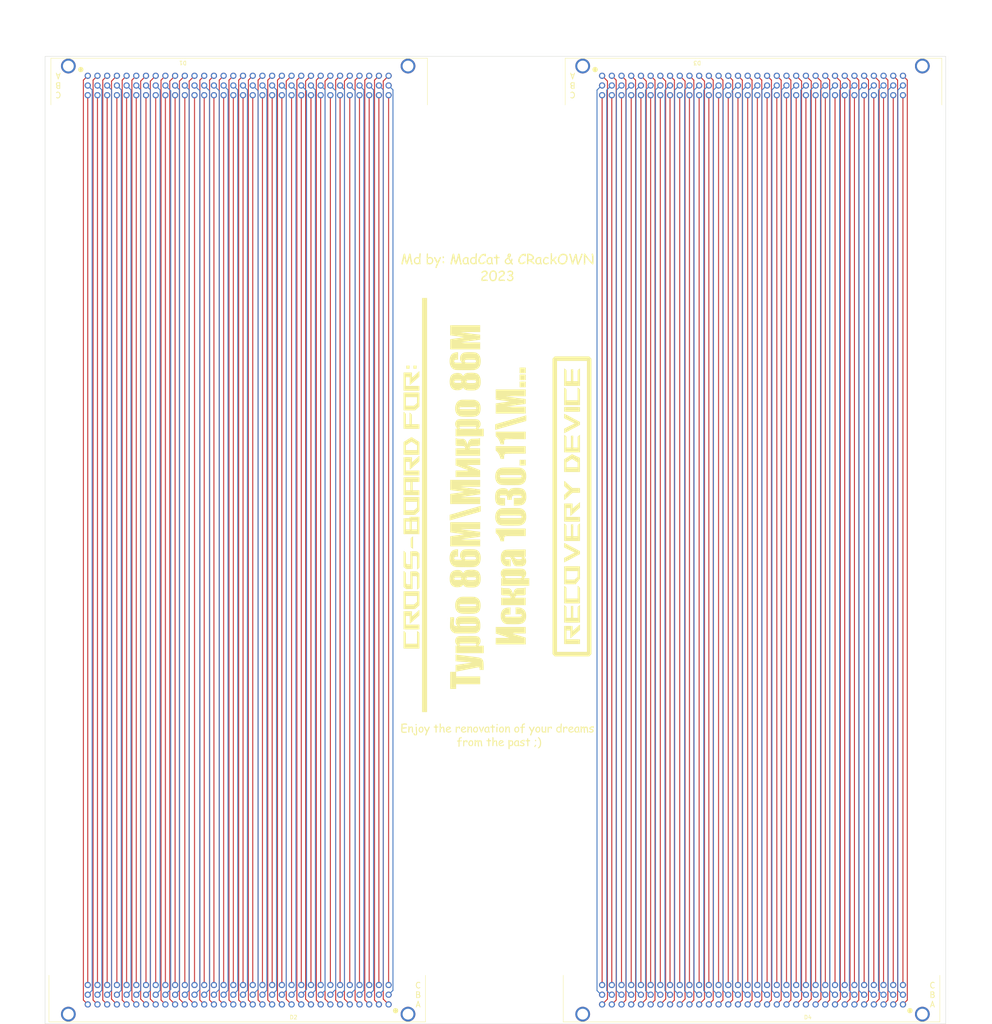
<source format=kicad_pcb>
(kicad_pcb (version 20221018) (generator pcbnew)
  (layers (0 "F.Cu" signal) (31 "B.Cu" signal) (34 "B.Paste" user) (35 "F.Paste" user) (36 "B.SilkS" user "B.Silkscreen") (37 "F.SilkS" user "F.Silkscreen") (38 "B.Mask" user) (39 "F.Mask" user) (44 "Edge.Cuts" user))
  (net 0 "")
  (net 1 "A1")
  (net 2 "A2")
  (net 3 "A3")
  (net 4 "A4")
  (net 5 "A5")
  (net 6 "A6")
  (net 7 "A7")
  (net 8 "A8")
  (net 9 "A9")
  (net 10 "A10")
  (net 11 "A11")
  (net 12 "A12")
  (net 13 "A13")
  (net 14 "A14")
  (net 15 "A15")
  (net 16 "A16")
  (net 17 "A17")
  (net 18 "A18")
  (net 19 "A19")
  (net 20 "A20")
  (net 21 "A21")
  (net 22 "A22")
  (net 23 "A23")
  (net 24 "A24")
  (net 25 "A25")
  (net 26 "A26")
  (net 27 "A27")
  (net 28 "A28")
  (net 29 "A29")
  (net 30 "A30")
  (net 31 "A31")
  (net 32 "A32")
  (net 33 "B1")
  (net 34 "B2")
  (net 35 "B3")
  (net 36 "B4")
  (net 37 "B5")
  (net 38 "B6")
  (net 39 "B7")
  (net 40 "B8")
  (net 41 "B9")
  (net 42 "B10")
  (net 43 "B11")
  (net 44 "B12")
  (net 45 "B13")
  (net 46 "B14")
  (net 47 "B15")
  (net 48 "B16")
  (net 49 "B17")
  (net 50 "B18")
  (net 51 "B19")
  (net 52 "B20")
  (net 53 "B21")
  (net 54 "B22")
  (net 55 "B23")
  (net 56 "B24")
  (net 57 "B25")
  (net 58 "B26")
  (net 59 "B27")
  (net 60 "B28")
  (net 61 "B29")
  (net 62 "B30")
  (net 63 "B31")
  (net 64 "B32")
  (net 65 "C1")
  (net 66 "C2")
  (net 67 "C3")
  (net 68 "C4")
  (net 69 "C5")
  (net 70 "C6")
  (net 71 "C7")
  (net 72 "C8")
  (net 73 "C9")
  (net 74 "C10")
  (net 75 "C11")
  (net 76 "C12")
  (net 77 "C13")
  (net 78 "C14")
  (net 79 "C15")
  (net 80 "C16")
  (net 81 "C17")
  (net 82 "C18")
  (net 83 "C19")
  (net 84 "C20")
  (net 85 "C21")
  (net 86 "C22")
  (net 87 "C23")
  (net 88 "C24")
  (net 89 "C25")
  (net 90 "C26")
  (net 91 "C27")
  (net 92 "C28")
  (net 93 "C29")
  (net 94 "C30")
  (net 95 "C31")
  (net 96 "C32")
  (net 97 "_A1")
  (net 98 "_A2")
  (net 99 "_A3")
  (net 100 "_A4")
  (net 101 "_A5")
  (net 102 "_A6")
  (net 103 "_A7")
  (net 104 "_A8")
  (net 105 "_A9")
  (net 106 "_A10")
  (net 107 "_A11")
  (net 108 "_A12")
  (net 109 "_A13")
  (net 110 "_A14")
  (net 111 "_A15")
  (net 112 "_A16")
  (net 113 "_A17")
  (net 114 "_A18")
  (net 115 "_A19")
  (net 116 "_A20")
  (net 117 "_A21")
  (net 118 "_A22")
  (net 119 "_A23")
  (net 120 "_A24")
  (net 121 "_A25")
  (net 122 "_A26")
  (net 123 "_A27")
  (net 124 "_A28")
  (net 125 "_A29")
  (net 126 "_A30")
  (net 127 "_A31")
  (net 128 "_A32")
  (net 129 "_B1")
  (net 130 "_B2")
  (net 131 "_B3")
  (net 132 "_B4")
  (net 133 "_B5")
  (net 134 "_B6")
  (net 135 "_B7")
  (net 136 "_B8")
  (net 137 "_B9")
  (net 138 "_B10")
  (net 139 "_B11")
  (net 140 "_B12")
  (net 141 "_B13")
  (net 142 "_B14")
  (net 143 "_B15")
  (net 144 "_B16")
  (net 145 "_B17")
  (net 146 "_B18")
  (net 147 "_B19")
  (net 148 "_B20")
  (net 149 "_B21")
  (net 150 "_B22")
  (net 151 "_B23")
  (net 152 "_B24")
  (net 153 "_B25")
  (net 154 "_B26")
  (net 155 "_B27")
  (net 156 "_B28")
  (net 157 "_B29")
  (net 158 "_B30")
  (net 159 "_B31")
  (net 160 "_B32")
  (net 161 "_C1")
  (net 162 "_C2")
  (net 163 "_C3")
  (net 164 "_C4")
  (net 165 "_C5")
  (net 166 "_C6")
  (net 167 "_C7")
  (net 168 "_C8")
  (net 169 "_C9")
  (net 170 "_C10")
  (net 171 "_C11")
  (net 172 "_C12")
  (net 173 "_C13")
  (net 174 "_C14")
  (net 175 "_C15")
  (net 176 "_C16")
  (net 177 "_C17")
  (net 178 "_C18")
  (net 179 "_C19")
  (net 180 "_C20")
  (net 181 "_C21")
  (net 182 "_C22")
  (net 183 "_C23")
  (net 184 "_C24")
  (net 185 "_C25")
  (net 186 "_C26")
  (net 187 "_C27")
  (net 188 "_C28")
  (net 189 "_C29")
  (net 190 "_C30")
  (net 191 "_C31")
  (net 192 "_C32")
  (footprint "Turbo:snp59_96_female_angle" (layer "F.Cu") (at 88.5 244)
    (fp_text reference "D2")
    (fp_text value "SNP96")
  )
  (footprint "Turbo:snp59_96_female_angle" (layer "F.Cu") (at 221 244)
    (fp_text reference "D4")
    (fp_text value "SNP96")
  )
  (footprint "Turbo:logo_3" (layer "F.Cu") (at 116.586949 54.25)
    (fp_text reference "G***" hide)
    (fp_text value "LOGO" hide)
  )
  (footprint "Turbo:logo_1" (layer "F.Cu") (at 116.75 115.5 90)
    (fp_text reference "G***" hide)
    (fp_text value "LOGO" hide)
  )
  (footprint "Turbo:snp59_96_female_angle" (layer "F.Cu") (at 11 5 180)
    (fp_text reference "D1")
    (fp_text value "SNP96")
  )
  (footprint "Turbo:logo_2" (layer "F.Cu") (at 116.622524 175)
    (fp_text reference "G***" hide)
    (fp_text value "LOGO" hide)
  )
  (footprint "Turbo:snp59_96_female_angle" (layer "F.Cu") (at 143.5 5 180)
    (fp_text reference "D3")
    (fp_text value "SNP96" hide)
  )
  (gr_rect (start 0 0) (end 232 249) (stroke (width 0.1)) (fill none) (layer "Edge.Cuts"))
  (segment (start 9.875 6.125) (end 9.875 242.875) (width 0.25) (layer "F.Cu") (net 1))
  (segment (start 11 5) (end 9.875 6.125) (width 0.25) (layer "F.Cu") (net 1))
  (segment (start 9.875 242.875) (end 11 244) (width 0.25) (layer "F.Cu") (net 1))
  (segment (start 13.5 5) (end 12.375 6.125) (width 0.25) (layer "F.Cu") (net 2))
  (segment (start 12.375 242.875) (end 13.5 244) (width 0.25) (layer "F.Cu") (net 2))
  (segment (start 12.375 6.125) (end 12.375 242.875) (width 0.25) (layer "F.Cu") (net 2))
  (segment (start 14.875 6.125) (end 16 5) (width 0.25) (layer "F.Cu") (net 3))
  (segment (start 14.875 242.875) (end 14.875 6.125) (width 0.25) (layer "F.Cu") (net 3))
  (segment (start 16 244) (end 14.875 242.875) (width 0.25) (layer "F.Cu") (net 3))
  (segment (start 18.5 5) (end 17.125 6.375) (width 0.25) (layer "F.Cu") (net 4))
  (segment (start 17.125 242.625) (end 18.5 244) (width 0.25) (layer "F.Cu") (net 4))
  (segment (start 17.125 6.375) (end 17.125 242.625) (width 0.25) (layer "F.Cu") (net 4))
  (segment (start 21 5) (end 19.875 6.125) (width 0.25) (layer "F.Cu") (net 5))
  (segment (start 19.875 242.875) (end 21 244) (width 0.25) (layer "F.Cu") (net 5))
  (segment (start 19.875 6.125) (end 19.875 242.875) (width 0.25) (layer "F.Cu") (net 5))
  (segment (start 22.375 242.875) (end 23.5 244) (width 0.25) (layer "F.Cu") (net 6))
  (segment (start 22.375 6.125) (end 22.375 242.875) (width 0.25) (layer "F.Cu") (net 6))
  (segment (start 23.5 5) (end 22.375 6.125) (width 0.25) (layer "F.Cu") (net 6))
  (segment (start 24.625 6.375) (end 24.625 242.625) (width 0.25) (layer "F.Cu") (net 7))
  (segment (start 24.625 242.625) (end 26 244) (width 0.25) (layer "F.Cu") (net 7))
  (segment (start 26 5) (end 24.625 6.375) (width 0.25) (layer "F.Cu") (net 7))
  (segment (start 28.5 5) (end 27.125 6.375) (width 0.25) (layer "F.Cu") (net 8))
  (segment (start 27.125 6.375) (end 27.125 242.625) (width 0.25) (layer "F.Cu") (net 8))
  (segment (start 27.125 242.625) (end 28.5 244) (width 0.25) (layer "F.Cu") (net 8))
  (segment (start 29.875 242.875) (end 31 244) (width 0.25) (layer "F.Cu") (net 9))
  (segment (start 31 5) (end 29.875 6.125) (width 0.25) (layer "F.Cu") (net 9))
  (segment (start 29.875 6.125) (end 29.875 242.875) (width 0.25) (layer "F.Cu") (net 9))
  (segment (start 33.5 5) (end 32.125 6.375) (width 0.25) (layer "F.Cu") (net 10))
  (segment (start 32.125 242.625) (end 33.5 244) (width 0.25) (layer "F.Cu") (net 10))
  (segment (start 32.125 6.375) (end 32.125 242.625) (width 0.25) (layer "F.Cu") (net 10))
  (segment (start 34.625 242.625) (end 36 244) (width 0.25) (layer "F.Cu") (net 11))
  (segment (start 34.625 6.375) (end 34.625 242.625) (width 0.25) (layer "F.Cu") (net 11))
  (segment (start 36 5) (end 34.625 6.375) (width 0.25) (layer "F.Cu") (net 11))
  (segment (start 37.125 6.375) (end 37.125 242.625) (width 0.25) (layer "F.Cu") (net 12))
  (segment (start 37.125 242.625) (end 38.5 244) (width 0.25) (layer "F.Cu") (net 12))
  (segment (start 38.5 5) (end 37.125 6.375) (width 0.25) (layer "F.Cu") (net 12))
  (segment (start 39.875 242.875) (end 41 244) (width 0.25) (layer "F.Cu") (net 13))
  (segment (start 39.875 6.125) (end 39.875 242.875) (width 0.25) (layer "F.Cu") (net 13))
  (segment (start 41 5) (end 39.875 6.125) (width 0.25) (layer "F.Cu") (net 13))
  (segment (start 43.5 5) (end 42.375 6.125) (width 0.25) (layer "F.Cu") (net 14))
  (segment (start 42.375 6.125) (end 42.375 242.875) (width 0.25) (layer "F.Cu") (net 14))
  (segment (start 42.375 242.875) (end 43.5 244) (width 0.25) (layer "F.Cu") (net 14))
  (segment (start 44.875 242.875) (end 46 244) (width 0.25) (layer "F.Cu") (net 15))
  (segment (start 46 5) (end 44.875 6.125) (width 0.25) (layer "F.Cu") (net 15))
  (segment (start 44.875 6.125) (end 44.875 242.875) (width 0.25) (layer "F.Cu") (net 15))
  (segment (start 47.375 6.125) (end 47.375 242.875) (width 0.25) (layer "F.Cu") (net 16))
  (segment (start 47.375 242.875) (end 48.5 244) (width 0.25) (layer "F.Cu") (net 16))
  (segment (start 48.5 5) (end 47.375 6.125) (width 0.25) (layer "F.Cu") (net 16))
  (segment (start 49.875 6.125) (end 49.875 242.875) (width 0.25) (layer "F.Cu") (net 17))
  (segment (start 49.875 242.875) (end 51 244) (width 0.25) (layer "F.Cu") (net 17))
  (segment (start 51 5) (end 49.875 6.125) (width 0.25) (layer "F.Cu") (net 17))
  (segment (start 52.375 6.125) (end 52.375 242.875) (width 0.25) (layer "F.Cu") (net 18))
  (segment (start 52.375 242.875) (end 53.5 244) (width 0.25) (layer "F.Cu") (net 18))
  (segment (start 53.5 5) (end 52.375 6.125) (width 0.25) (layer "F.Cu") (net 18))
  (segment (start 54.875 6.125) (end 54.875 242.875) (width 0.25) (layer "F.Cu") (net 19))
  (segment (start 56 5) (end 54.875 6.125) (width 0.25) (layer "F.Cu") (net 19))
  (segment (start 54.875 242.875) (end 56 244) (width 0.25) (layer "F.Cu") (net 19))
  (segment (start 57.375 242.875) (end 58.5 244) (width 0.25) (layer "F.Cu") (net 20))
  (segment (start 57.375 6.125) (end 57.375 242.875) (width 0.25) (layer "F.Cu") (net 20))
  (segment (start 58.5 5) (end 57.375 6.125) (width 0.25) (layer "F.Cu") (net 20))
  (segment (start 59.875 6.125) (end 59.875 242.875) (width 0.25) (layer "F.Cu") (net 21))
  (segment (start 61 5) (end 59.875 6.125) (width 0.25) (layer "F.Cu") (net 21))
  (segment (start 59.875 242.875) (end 61 244) (width 0.25) (layer "F.Cu") (net 21))
  (segment (start 62.125 242.625) (end 63.5 244) (width 0.25) (layer "F.Cu") (net 22))
  (segment (start 63.5 5) (end 62.125 6.375) (width 0.25) (layer "F.Cu") (net 22))
  (segment (start 62.125 6.375) (end 62.125 242.625) (width 0.25) (layer "F.Cu") (net 22))
  (segment (start 64.875 6.125) (end 64.875 242.875) (width 0.25) (layer "F.Cu") (net 23))
  (segment (start 64.875 242.875) (end 66 244) (width 0.25) (layer "F.Cu") (net 23))
  (segment (start 66 5) (end 64.875 6.125) (width 0.25) (layer "F.Cu") (net 23))
  (segment (start 67.125 6.375) (end 67.125 242.625) (width 0.25) (layer "F.Cu") (net 24))
  (segment (start 68.5 5) (end 67.125 6.375) (width 0.25) (layer "F.Cu") (net 24))
  (segment (start 67.125 242.625) (end 68.5 244) (width 0.25) (layer "F.Cu") (net 24))
  (segment (start 69.875 6.125) (end 69.875 242.875) (width 0.25) (layer "F.Cu") (net 25))
  (segment (start 71 5) (end 69.875 6.125) (width 0.25) (layer "F.Cu") (net 25))
  (segment (start 69.875 242.875) (end 71 244) (width 0.25) (layer "F.Cu") (net 25))
  (segment (start 72.125 242.625) (end 73.5 244) (width 0.25) (layer "F.Cu") (net 26))
  (segment (start 73.5 5) (end 72.125 6.375) (width 0.25) (layer "F.Cu") (net 26))
  (segment (start 72.125 6.375) (end 72.125 242.625) (width 0.25) (layer "F.Cu") (net 26))
  (segment (start 74.875 242.875) (end 76 244) (width 0.25) (layer "F.Cu") (net 27))
  (segment (start 74.875 6.125) (end 74.875 242.875) (width 0.25) (layer "F.Cu") (net 27))
  (segment (start 76 5) (end 74.875 6.125) (width 0.25) (layer "F.Cu") (net 27))
  (segment (start 77.125 6.375) (end 77.125 242.625) (width 0.25) (layer "F.Cu") (net 28))
  (segment (start 78.5 5) (end 77.125 6.375) (width 0.25) (layer "F.Cu") (net 28))
  (segment (start 77.125 242.625) (end 78.5 244) (width 0.25) (layer "F.Cu") (net 28))
  (segment (start 81 5) (end 79.875 6.125) (width 0.25) (layer "F.Cu") (net 29))
  (segment (start 79.875 6.125) (end 79.875 242.875) (width 0.25) (layer "F.Cu") (net 29))
  (segment (start 79.875 242.875) (end 81 244) (width 0.25) (layer "F.Cu") (net 29))
  (segment (start 82.375 6.125) (end 82.375 242.875) (width 0.25) (layer "F.Cu") (net 30))
  (segment (start 82.375 242.875) (end 83.5 244) (width 0.25) (layer "F.Cu") (net 30))
  (segment (start 83.5 5) (end 82.375 6.125) (width 0.25) (layer "F.Cu") (net 30))
  (segment (start 86 5) (end 84.875 6.125) (width 0.25) (layer "F.Cu") (net 31))
  (segment (start 84.875 242.875) (end 86 244) (width 0.25) (layer "F.Cu") (net 31))
  (segment (start 84.875 6.125) (end 84.875 242.875) (width 0.25) (layer "F.Cu") (net 31))
  (segment (start 87.125 242.625) (end 88.5 244) (width 0.25) (layer "F.Cu") (net 32))
  (segment (start 88.5 5) (end 87.125 6.375) (width 0.25) (layer "F.Cu") (net 32))
  (segment (start 87.125 6.375) (end 87.125 242.625) (width 0.25) (layer "F.Cu") (net 32))
  (segment (start 11 241.5) (end 12.125 240.375) (width 0.25) (layer "B.Cu") (net 33))
  (segment (start 12.125 8.625) (end 11 7.5) (width 0.25) (layer "B.Cu") (net 33))
  (segment (start 12.125 240.375) (end 12.125 8.625) (width 0.25) (layer "B.Cu") (net 33))
  (segment (start 14.625 240.375) (end 14.625 8.625) (width 0.25) (layer "B.Cu") (net 34))
  (segment (start 13.5 241.5) (end 14.625 240.375) (width 0.25) (layer "B.Cu") (net 34))
  (segment (start 14.625 8.625) (end 13.5 7.5) (width 0.25) (layer "B.Cu") (net 34))
  (segment (start 16 7.5) (end 17.125 8.625) (width 0.25) (layer "B.Cu") (net 35))
  (segment (start 17.125 240.375) (end 16 241.5) (width 0.25) (layer "B.Cu") (net 35))
  (segment (start 17.125 8.625) (end 17.125 240.375) (width 0.25) (layer "B.Cu") (net 35))
  (segment (start 18.5 7.5) (end 19.625 8.625) (width 0.25) (layer "B.Cu") (net 36))
  (segment (start 19.625 8.625) (end 19.625 240.375) (width 0.25) (layer "B.Cu") (net 36))
  (segment (start 19.625 240.375) (end 18.5 241.5) (width 0.25) (layer "B.Cu") (net 36))
  (segment (start 21 7.5) (end 22.125 8.625) (width 0.25) (layer "B.Cu") (net 37))
  (segment (start 22.125 240.375) (end 21 241.5) (width 0.25) (layer "B.Cu") (net 37))
  (segment (start 22.125 8.625) (end 22.125 240.375) (width 0.25) (layer "B.Cu") (net 37))
  (segment (start 23.5 7.5) (end 24.625 8.625) (width 0.25) (layer "B.Cu") (net 38))
  (segment (start 24.625 240.375) (end 23.5 241.5) (width 0.25) (layer "B.Cu") (net 38))
  (segment (start 24.625 8.625) (end 24.625 240.375) (width 0.25) (layer "B.Cu") (net 38))
  (segment (start 27.125 8.625) (end 27.125 240.375) (width 0.25) (layer "B.Cu") (net 39))
  (segment (start 26 7.5) (end 27.125 8.625) (width 0.25) (layer "B.Cu") (net 39))
  (segment (start 27.125 240.375) (end 26 241.5) (width 0.25) (layer "B.Cu") (net 39))
  (segment (start 28.5 7.5) (end 29.625 8.625) (width 0.25) (layer "B.Cu") (net 40))
  (segment (start 29.625 8.625) (end 29.625 240.375) (width 0.25) (layer "B.Cu") (net 40))
  (segment (start 29.625 240.375) (end 28.5 241.5) (width 0.25) (layer "B.Cu") (net 40))
  (segment (start 32.375 240.125) (end 31 241.5) (width 0.25) (layer "B.Cu") (net 41))
  (segment (start 32.375 8.875) (end 32.375 240.125) (width 0.25) (layer "B.Cu") (net 41))
  (segment (start 31 7.5) (end 32.375 8.875) (width 0.25) (layer "B.Cu") (net 41))
  (segment (start 34.625 240.375) (end 33.5 241.5) (width 0.25) (layer "B.Cu") (net 42))
  (segment (start 34.625 8.625) (end 34.625 240.375) (width 0.25) (layer "B.Cu") (net 42))
  (segment (start 33.5 7.5) (end 34.625 8.625) (width 0.25) (layer "B.Cu") (net 42))
  (segment (start 37.125 8.625) (end 37.125 240.375) (width 0.25) (layer "B.Cu") (net 43))
  (segment (start 36 7.5) (end 37.125 8.625) (width 0.25) (layer "B.Cu") (net 43))
  (segment (start 37.125 240.375) (end 36 241.5) (width 0.25) (layer "B.Cu") (net 43))
  (segment (start 39.875 8.875) (end 39.875 240.125) (width 0.25) (layer "B.Cu") (net 44))
  (segment (start 39.875 240.125) (end 38.5 241.5) (width 0.25) (layer "B.Cu") (net 44))
  (segment (start 38.5 7.5) (end 39.875 8.875) (width 0.25) (layer "B.Cu") (net 44))
  (segment (start 41 7.5) (end 42.375 8.875) (width 0.25) (layer "B.Cu") (net 45))
  (segment (start 42.375 8.875) (end 42.375 240.125) (width 0.25) (layer "B.Cu") (net 45))
  (segment (start 42.375 240.125) (end 41 241.5) (width 0.25) (layer "B.Cu") (net 45))
  (segment (start 44.875 240.125) (end 43.5 241.5) (width 0.25) (layer "B.Cu") (net 46))
  (segment (start 43.5 7.5) (end 44.875 8.875) (width 0.25) (layer "B.Cu") (net 46))
  (segment (start 44.875 8.875) (end 44.875 240.125) (width 0.25) (layer "B.Cu") (net 46))
  (segment (start 46 7.5) (end 47.125 8.625) (width 0.25) (layer "B.Cu") (net 47))
  (segment (start 47.125 8.625) (end 47.125 240.375) (width 0.25) (layer "B.Cu") (net 47))
  (segment (start 47.125 240.375) (end 46 241.5) (width 0.25) (layer "B.Cu") (net 47))
  (segment (start 48.5 7.5) (end 49.625 8.625) (width 0.25) (layer "B.Cu") (net 48))
  (segment (start 49.625 240.375) (end 48.5 241.5) (width 0.25) (layer "B.Cu") (net 48))
  (segment (start 49.625 8.625) (end 49.625 240.375) (width 0.25) (layer "B.Cu") (net 48))
  (segment (start 51 7.5) (end 52.125 8.625) (width 0.25) (layer "B.Cu") (net 49))
  (segment (start 52.125 240.375) (end 51 241.5) (width 0.25) (layer "B.Cu") (net 49))
  (segment (start 52.125 8.625) (end 52.125 240.375) (width 0.25) (layer "B.Cu") (net 49))
  (segment (start 54.875 8.875) (end 54.875 240.125) (width 0.25) (layer "B.Cu") (net 50))
  (segment (start 54.875 240.125) (end 53.5 241.5) (width 0.25) (layer "B.Cu") (net 50))
  (segment (start 53.5 7.5) (end 54.875 8.875) (width 0.25) (layer "B.Cu") (net 50))
  (segment (start 57.125 8.625) (end 57.125 240.375) (width 0.25) (layer "B.Cu") (net 51))
  (segment (start 57.125 240.375) (end 56 241.5) (width 0.25) (layer "B.Cu") (net 51))
  (segment (start 56 7.5) (end 57.125 8.625) (width 0.25) (layer "B.Cu") (net 51))
  (segment (start 59.625 8.625) (end 59.625 240.375) (width 0.25) (layer "B.Cu") (net 52))
  (segment (start 58.5 7.5) (end 59.625 8.625) (width 0.25) (layer "B.Cu") (net 52))
  (segment (start 59.625 240.375) (end 58.5 241.5) (width 0.25) (layer "B.Cu") (net 52))
  (segment (start 62.125 8.625) (end 62.125 240.375) (width 0.25) (layer "B.Cu") (net 53))
  (segment (start 61 7.5) (end 62.125 8.625) (width 0.25) (layer "B.Cu") (net 53))
  (segment (start 62.125 240.375) (end 61 241.5) (width 0.25) (layer "B.Cu") (net 53))
  (segment (start 64.625 240.375) (end 63.5 241.5) (width 0.25) (layer "B.Cu") (net 54))
  (segment (start 64.625 8.625) (end 64.625 240.375) (width 0.25) (layer "B.Cu") (net 54))
  (segment (start 63.5 7.5) (end 64.625 8.625) (width 0.25) (layer "B.Cu") (net 54))
  (segment (start 66 7.5) (end 67.375 8.875) (width 0.25) (layer "B.Cu") (net 55))
  (segment (start 67.375 240.125) (end 66 241.5) (width 0.25) (layer "B.Cu") (net 55))
  (segment (start 67.375 8.875) (end 67.375 240.125) (width 0.25) (layer "B.Cu") (net 55))
  (segment (start 68.5 7.5) (end 69.625 8.625) (width 0.25) (layer "B.Cu") (net 56))
  (segment (start 69.625 8.625) (end 69.625 240.375) (width 0.25) (layer "B.Cu") (net 56))
  (segment (start 69.625 240.375) (end 68.5 241.5) (width 0.25) (layer "B.Cu") (net 56))
  (segment (start 72.125 240.375) (end 71 241.5) (width 0.25) (layer "B.Cu") (net 57))
  (segment (start 71 7.5) (end 72.125 8.625) (width 0.25) (layer "B.Cu") (net 57))
  (segment (start 72.125 8.625) (end 72.125 240.375) (width 0.25) (layer "B.Cu") (net 57))
  (segment (start 74.875 240.125) (end 73.5 241.5) (width 0.25) (layer "B.Cu") (net 58))
  (segment (start 73.5 7.5) (end 74.875 8.875) (width 0.25) (layer "B.Cu") (net 58))
  (segment (start 74.875 8.875) (end 74.875 240.125) (width 0.25) (layer "B.Cu") (net 58))
  (segment (start 76 7.5) (end 77.125 8.625) (width 0.25) (layer "B.Cu") (net 59))
  (segment (start 77.125 8.625) (end 77.125 240.375) (width 0.25) (layer "B.Cu") (net 59))
  (segment (start 77.125 240.375) (end 76 241.5) (width 0.25) (layer "B.Cu") (net 59))
  (segment (start 78.5 7.5) (end 79.875 8.875) (width 0.25) (layer "B.Cu") (net 60))
  (segment (start 79.875 8.875) (end 79.875 240.125) (width 0.25) (layer "B.Cu") (net 60))
  (segment (start 79.875 240.125) (end 78.5 241.5) (width 0.25) (layer "B.Cu") (net 60))
  (segment (start 82.125 240.375) (end 81 241.5) (width 0.25) (layer "B.Cu") (net 61))
  (segment (start 82.125 8.625) (end 82.125 240.375) (width 0.25) (layer "B.Cu") (net 61))
  (segment (start 81 7.5) (end 82.125 8.625) (width 0.25) (layer "B.Cu") (net 61))
  (segment (start 84.625 240.375) (end 83.5 241.5) (width 0.25) (layer "B.Cu") (net 62))
  (segment (start 84.625 8.625) (end 84.625 240.375) (width 0.25) (layer "B.Cu") (net 62))
  (segment (start 83.5 7.5) (end 84.625 8.625) (width 0.25) (layer "B.Cu") (net 62))
  (segment (start 87.125 8.625) (end 87.125 240.375) (width 0.25) (layer "B.Cu") (net 63))
  (segment (start 86 7.5) (end 87.125 8.625) (width 0.25) (layer "B.Cu") (net 63))
  (segment (start 87.125 240.375) (end 86 241.5) (width 0.25) (layer "B.Cu") (net 63))
  (segment (start 88.5 7.5) (end 89.625 8.625) (width 0.25) (layer "B.Cu") (net 64))
  (segment (start 89.625 240.375) (end 88.5 241.5) (width 0.25) (layer "B.Cu") (net 64))
  (segment (start 89.625 8.625) (end 89.625 240.375) (width 0.25) (layer "B.Cu") (net 64))
  (segment (start 11 239) (end 11 10) (width 0.25) (layer "F.Cu") (net 65))
  (segment (start 13.5 239) (end 13.5 10) (width 0.25) (layer "F.Cu") (net 66))
  (segment (start 16 239) (end 16 10) (width 0.25) (layer "F.Cu") (net 67))
  (segment (start 18.5 10) (end 18.5 239) (width 0.25) (layer "F.Cu") (net 68))
  (segment (start 21 239) (end 21 10) (width 0.25) (layer "F.Cu") (net 69))
  (segment (start 23.5 239) (end 23.5 10) (width 0.25) (layer "F.Cu") (net 70))
  (segment (start 26 239) (end 26 10) (width 0.25) (layer "F.Cu") (net 71))
  (segment (start 28.5 10) (end 28.5 239) (width 0.25) (layer "F.Cu") (net 72))
  (segment (start 31 10) (end 31 239) (width 0.25) (layer "F.Cu") (net 73))
  (segment (start 33.5 10) (end 33.5 239) (width 0.25) (layer "F.Cu") (net 74))
  (segment (start 36 239) (end 36 10) (width 0.25) (layer "F.Cu") (net 75))
  (segment (start 38.5 239) (end 38.5 10) (width 0.25) (layer "F.Cu") (net 76))
  (segment (start 41 239) (end 41 10) (width 0.25) (layer "F.Cu") (net 77))
  (segment (start 43.5 239) (end 43.5 10) (width 0.25) (layer "F.Cu") (net 78))
  (segment (start 46 239) (end 46 10) (width 0.25) (layer "F.Cu") (net 79))
  (segment (start 48.5 239) (end 48.5 10) (width 0.25) (layer "F.Cu") (net 80))
  (segment (start 51 10) (end 51 239) (width 0.25) (layer "F.Cu") (net 81))
  (segment (start 53.5 239) (end 53.5 10) (width 0.25) (layer "F.Cu") (net 82))
  (segment (start 56 10) (end 56 239) (width 0.25) (layer "F.Cu") (net 83))
  (segment (start 58.5 10) (end 58.5 239) (width 0.25) (layer "F.Cu") (net 84))
  (segment (start 61 239) (end 61 10) (width 0.25) (layer "F.Cu") (net 85))
  (segment (start 63.5 239) (end 63.5 10) (width 0.25) (layer "F.Cu") (net 86))
  (segment (start 66 10) (end 66 239) (width 0.25) (layer "F.Cu") (net 87))
  (segment (start 68.5 239) (end 68.5 10) (width 0.25) (layer "F.Cu") (net 88))
  (segment (start 71 10) (end 71 239) (width 0.25) (layer "F.Cu") (net 89))
  (segment (start 73.5 239) (end 73.5 10) (width 0.25) (layer "F.Cu") (net 90))
  (segment (start 76 10) (end 76 239) (width 0.25) (layer "F.Cu") (net 91))
  (segment (start 78.5 239) (end 78.5 10) (width 0.25) (layer "F.Cu") (net 92))
  (segment (start 81 10) (end 81 239) (width 0.25) (layer "F.Cu") (net 93))
  (segment (start 83.5 10) (end 83.5 239) (width 0.25) (layer "F.Cu") (net 94))
  (segment (start 86 239) (end 86 10) (width 0.25) (layer "F.Cu") (net 95))
  (segment (start 88.5 10) (end 88.5 239) (width 0.25) (layer "F.Cu") (net 96))
  (segment (start 144.875 242.625) (end 143.5 244) (width 0.25) (layer "F.Cu") (net 97))
  (segment (start 143.5 5) (end 144.875 6.375) (width 0.25) (layer "F.Cu") (net 97))
  (segment (start 144.875 6.375) (end 144.875 242.625) (width 0.25) (layer "F.Cu") (net 97))
  (segment (start 146 5) (end 147.125 6.125) (width 0.25) (layer "F.Cu") (net 98))
  (segment (start 147.125 6.125) (end 147.125 242.875) (width 0.25) (layer "F.Cu") (net 98))
  (segment (start 147.125 242.875) (end 146 244) (width 0.25) (layer "F.Cu") (net 98))
  (segment (start 148.5 5) (end 149.625 6.125) (width 0.25) (layer "F.Cu") (net 99))
  (segment (start 149.625 6.125) (end 149.625 242.875) (width 0.25) (layer "F.Cu") (net 99))
  (segment (start 149.625 242.875) (end 148.5 244) (width 0.25) (layer "F.Cu") (net 99))
  (segment (start 152.125 6.125) (end 152.125 242.875) (width 0.25) (layer "F.Cu") (net 100))
  (segment (start 152.125 242.875) (end 151 244) (width 0.25) (layer "F.Cu") (net 100))
  (segment (start 151 5) (end 152.125 6.125) (width 0.25) (layer "F.Cu") (net 100))
  (segment (start 153.5 5) (end 154.875 6.375) (width 0.25) (layer "F.Cu") (net 101))
  (segment (start 154.875 242.625) (end 153.5 244) (width 0.25) (layer "F.Cu") (net 101))
  (segment (start 154.875 6.375) (end 154.875 242.625) (width 0.25) (layer "F.Cu") (net 101))
  (segment (start 157.125 6.125) (end 157.125 242.875) (width 0.25) (layer "F.Cu") (net 102))
  (segment (start 156 5) (end 157.125 6.125) (width 0.25) (layer "F.Cu") (net 102))
  (segment (start 157.125 242.875) (end 156 244) (width 0.25) (layer "F.Cu") (net 102))
  (segment (start 159.875 6.375) (end 159.875 242.625) (width 0.25) (layer "F.Cu") (net 103))
  (segment (start 158.5 5) (end 159.875 6.375) (width 0.25) (layer "F.Cu") (net 103))
  (segment (start 159.875 242.625) (end 158.5 244) (width 0.25) (layer "F.Cu") (net 103))
  (segment (start 161 5) (end 162.125 6.125) (width 0.25) (layer "F.Cu") (net 104))
  (segment (start 162.125 6.125) (end 162.125 242.875) (width 0.25) (layer "F.Cu") (net 104))
  (segment (start 162.125 242.875) (end 161 244) (width 0.25) (layer "F.Cu") (net 104))
  (segment (start 164.875 6.375) (end 164.875 242.625) (width 0.25) (layer "F.Cu") (net 105))
  (segment (start 163.5 5) (end 164.875 6.375) (width 0.25) (layer "F.Cu") (net 105))
  (segment (start 164.875 242.625) (end 163.5 244) (width 0.25) (layer "F.Cu") (net 105))
  (segment (start 167.125 6.125) (end 167.125 242.875) (width 0.25) (layer "F.Cu") (net 106))
  (segment (start 166 5) (end 167.125 6.125) (width 0.25) (layer "F.Cu") (net 106))
  (segment (start 167.125 242.875) (end 166 244) (width 0.25) (layer "F.Cu") (net 106))
  (segment (start 169.875 6.375) (end 169.875 242.625) (width 0.25) (layer "F.Cu") (net 107))
  (segment (start 169.875 242.625) (end 168.5 244) (width 0.25) (layer "F.Cu") (net 107))
  (segment (start 168.5 5) (end 169.875 6.375) (width 0.25) (layer "F.Cu") (net 107))
  (segment (start 172.125 6.125) (end 172.125 242.875) (width 0.25) (layer "F.Cu") (net 108))
  (segment (start 172.125 242.875) (end 171 244) (width 0.25) (layer "F.Cu") (net 108))
  (segment (start 171 5) (end 172.125 6.125) (width 0.25) (layer "F.Cu") (net 108))
  (segment (start 174.625 6.125) (end 174.625 242.875) (width 0.25) (layer "F.Cu") (net 109))
  (segment (start 173.5 5) (end 174.625 6.125) (width 0.25) (layer "F.Cu") (net 109))
  (segment (start 174.625 242.875) (end 173.5 244) (width 0.25) (layer "F.Cu") (net 109))
  (segment (start 176 5) (end 177.125 6.125) (width 0.25) (layer "F.Cu") (net 110))
  (segment (start 177.125 6.125) (end 177.125 242.875) (width 0.25) (layer "F.Cu") (net 110))
  (segment (start 177.125 242.875) (end 176 244) (width 0.25) (layer "F.Cu") (net 110))
  (segment (start 179.625 6.125) (end 179.625 242.875) (width 0.25) (layer "F.Cu") (net 111))
  (segment (start 178.5 5) (end 179.625 6.125) (width 0.25) (layer "F.Cu") (net 111))
  (segment (start 179.625 242.875) (end 178.5 244) (width 0.25) (layer "F.Cu") (net 111))
  (segment (start 182.125 6.125) (end 182.125 242.875) (width 0.25) (layer "F.Cu") (net 112))
  (segment (start 181 5) (end 182.125 6.125) (width 0.25) (layer "F.Cu") (net 112))
  (segment (start 182.125 242.875) (end 181 244) (width 0.25) (layer "F.Cu") (net 112))
  (segment (start 184.625 242.875) (end 183.5 244) (width 0.25) (layer "F.Cu") (net 113))
  (segment (start 184.625 6.125) (end 184.625 242.875) (width 0.25) (layer "F.Cu") (net 113))
  (segment (start 183.5 5) (end 184.625 6.125) (width 0.25) (layer "F.Cu") (net 113))
  (segment (start 187.125 242.875) (end 186 244) (width 0.25) (layer "F.Cu") (net 114))
  (segment (start 186 5) (end 187.125 6.125) (width 0.25) (layer "F.Cu") (net 114))
  (segment (start 187.125 6.125) (end 187.125 242.875) (width 0.25) (layer "F.Cu") (net 114))
  (segment (start 188.5 5) (end 189.625 6.125) (width 0.25) (layer "F.Cu") (net 115))
  (segment (start 189.625 242.875) (end 188.5 244) (width 0.25) (layer "F.Cu") (net 115))
  (segment (start 189.625 6.125) (end 189.625 242.875) (width 0.25) (layer "F.Cu") (net 115))
  (segment (start 192.125 242.875) (end 191 244) (width 0.25) (layer "F.Cu") (net 116))
  (segment (start 191 5) (end 192.125 6.125) (width 0.25) (layer "F.Cu") (net 116))
  (segment (start 192.125 6.125) (end 192.125 242.875) (width 0.25) (layer "F.Cu") (net 116))
  (segment (start 194.875 6.375) (end 194.875 242.625) (width 0.25) (layer "F.Cu") (net 117))
  (segment (start 193.5 5) (end 194.875 6.375) (width 0.25) (layer "F.Cu") (net 117))
  (segment (start 194.875 242.625) (end 193.5 244) (width 0.25) (layer "F.Cu") (net 117))
  (segment (start 197.375 242.625) (end 196 244) (width 0.25) (layer "F.Cu") (net 118))
  (segment (start 196 5) (end 197.375 6.375) (width 0.25) (layer "F.Cu") (net 118))
  (segment (start 197.375 6.375) (end 197.375 242.625) (width 0.25) (layer "F.Cu") (net 118))
  (segment (start 198.5 5) (end 199.875 6.375) (width 0.25) (layer "F.Cu") (net 119))
  (segment (start 199.875 242.625) (end 198.5 244) (width 0.25) (layer "F.Cu") (net 119))
  (segment (start 199.875 6.375) (end 199.875 242.625) (width 0.25) (layer "F.Cu") (net 119))
  (segment (start 202.125 6.125) (end 202.125 242.875) (width 0.25) (layer "F.Cu") (net 120))
  (segment (start 202.125 242.875) (end 201 244) (width 0.25) (layer "F.Cu") (net 120))
  (segment (start 201 5) (end 202.125 6.125) (width 0.25) (layer "F.Cu") (net 120))
  (segment (start 204.875 6.375) (end 204.875 242.625) (width 0.25) (layer "F.Cu") (net 121))
  (segment (start 204.875 242.625) (end 203.5 244) (width 0.25) (layer "F.Cu") (net 121))
  (segment (start 203.5 5) (end 204.875 6.375) (width 0.25) (layer "F.Cu") (net 121))
  (segment (start 207.375 242.625) (end 206 244) (width 0.25) (layer "F.Cu") (net 122))
  (segment (start 206 5) (end 207.375 6.375) (width 0.25) (layer "F.Cu") (net 122))
  (segment (start 207.375 6.375) (end 207.375 242.625) (width 0.25) (layer "F.Cu") (net 122))
  (segment (start 209.625 242.875) (end 208.5 244) (width 0.25) (layer "F.Cu") (net 123))
  (segment (start 208.5 5) (end 209.625 6.125) (width 0.25) (layer "F.Cu") (net 123))
  (segment (start 209.625 6.125) (end 209.625 242.875) (width 0.25) (layer "F.Cu") (net 123))
  (segment (start 212.125 6.125) (end 212.125 242.875) (width 0.25) (layer "F.Cu") (net 124))
  (segment (start 211 5) (end 212.125 6.125) (width 0.25) (layer "F.Cu") (net 124))
  (segment (start 212.125 242.875) (end 211 244) (width 0.25) (layer "F.Cu") (net 124))
  (segment (start 213.5 5) (end 214.875 6.375) (width 0.25) (layer "F.Cu") (net 125))
  (segment (start 214.875 6.375) (end 214.875 242.625) (width 0.25) (layer "F.Cu") (net 125))
  (segment (start 214.875 242.625) (end 213.5 244) (width 0.25) (layer "F.Cu") (net 125))
  (segment (start 217.125 6.125) (end 216 5) (width 0.25) (layer "F.Cu") (net 126))
  (segment (start 217.125 242.875) (end 217.125 6.125) (width 0.25) (layer "F.Cu") (net 126))
  (segment (start 216 244) (end 217.125 242.875) (width 0.25) (layer "F.Cu") (net 126))
  (segment (start 219.625 242.875) (end 218.5 244) (width 0.25) (layer "F.Cu") (net 127))
  (segment (start 218.5 5) (end 219.625 6.125) (width 0.25) (layer "F.Cu") (net 127))
  (segment (start 219.625 6.125) (end 219.625 242.875) (width 0.25) (layer "F.Cu") (net 127))
  (segment (start 221 5) (end 222.125 6.125) (width 0.25) (layer "F.Cu") (net 128))
  (segment (start 222.125 6.125) (end 222.125 242.875) (width 0.25) (layer "F.Cu") (net 128))
  (segment (start 222.125 242.875) (end 221 244) (width 0.25) (layer "F.Cu") (net 128))
  (segment (start 142.1875 8.6875) (end 142.1875 240.4375) (width 0.25) (layer "B.Cu") (net 129))
  (segment (start 143.3125 7.5625) (end 142.1875 8.6875) (width 0.25) (layer "B.Cu") (net 129))
  (segment (start 142.1875 240.4375) (end 143.3125 241.5625) (width 0.25) (layer "B.Cu") (net 129))
  (segment (start 144.6875 8.6875) (end 144.6875 240.4375) (width 0.25) (layer "B.Cu") (net 130))
  (segment (start 145.8125 7.5625) (end 144.6875 8.6875) (width 0.25) (layer "B.Cu") (net 130))
  (segment (start 144.6875 240.4375) (end 145.8125 241.5625) (width 0.25) (layer "B.Cu") (net 130))
  (segment (start 148.3125 7.5625) (end 147.1875 8.6875) (width 0.25) (layer "B.Cu") (net 131))
  (segment (start 147.1875 240.4375) (end 148.3125 241.5625) (width 0.25) (layer "B.Cu") (net 131))
  (segment (start 147.1875 8.6875) (end 147.1875 240.4375) (width 0.25) (layer "B.Cu") (net 131))
  (segment (start 149.6875 240.4375) (end 150.8125 241.5625) (width 0.25) (layer "B.Cu") (net 132))
  (segment (start 149.6875 8.6875) (end 149.6875 240.4375) (width 0.25) (layer "B.Cu") (net 132))
  (segment (start 150.8125 7.5625) (end 149.6875 8.6875) (width 0.25) (layer "B.Cu") (net 132))
  (segment (start 152.25 240.5) (end 153.3125 241.5625) (width 0.25) (layer "B.Cu") (net 133))
  (segment (start 152.25 8.625) (end 152.25 240.5) (width 0.25) (layer "B.Cu") (net 133))
  (segment (start 153.3125 7.5625) (end 152.25 8.625) (width 0.25) (layer "B.Cu") (net 133))
  (segment (start 154.6875 240.4375) (end 155.8125 241.5625) (width 0.25) (layer "B.Cu") (net 134))
  (segment (start 155.8125 7.5625) (end 154.6875 8.6875) (width 0.25) (layer "B.Cu") (net 134))
  (segment (start 154.6875 8.6875) (end 154.6875 240.4375) (width 0.25) (layer "B.Cu") (net 134))
  (segment (start 157.25 240.5) (end 158.3125 241.5625) (width 0.25) (layer "B.Cu") (net 135))
  (segment (start 158.3125 7.5625) (end 157.25 8.625) (width 0.25) (layer "B.Cu") (net 135))
  (segment (start 157.25 8.625) (end 157.25 240.5) (width 0.25) (layer "B.Cu") (net 135))
  (segment (start 160.8125 7.5625) (end 159.6875 8.6875) (width 0.25) (layer "B.Cu") (net 136))
  (segment (start 159.6875 8.6875) (end 159.6875 240.4375) (width 0.25) (layer "B.Cu") (net 136))
  (segment (start 159.6875 240.4375) (end 160.8125 241.5625) (width 0.25) (layer "B.Cu") (net 136))
  (segment (start 162.1875 240.4375) (end 163.3125 241.5625) (width 0.25) (layer "B.Cu") (net 137))
  (segment (start 163.3125 7.5625) (end 162.1875 8.6875) (width 0.25) (layer "B.Cu") (net 137))
  (segment (start 162.1875 8.6875) (end 162.1875 240.4375) (width 0.25) (layer "B.Cu") (net 137))
  (segment (start 164.75 8.625) (end 164.75 240.5) (width 0.25) (layer "B.Cu") (net 138))
  (segment (start 165.8125 7.5625) (end 164.75 8.625) (width 0.25) (layer "B.Cu") (net 138))
  (segment (start 164.75 240.5) (end 165.8125 241.5625) (width 0.25) (layer "B.Cu") (net 138))
  (segment (start 167.1875 240.4375) (end 168.3125 241.5625) (width 0.25) (layer "B.Cu") (net 139))
  (segment (start 167.1875 8.6875) (end 167.1875 240.4375) (width 0.25) (layer "B.Cu") (net 139))
  (segment (start 168.3125 7.5625) (end 167.1875 8.6875) (width 0.25) (layer "B.Cu") (net 139))
  (segment (start 170.8125 7.5625) (end 169.6875 8.6875) (width 0.25) (layer "B.Cu") (net 140))
  (segment (start 169.6875 240.4375) (end 170.8125 241.5625) (width 0.25) (layer "B.Cu") (net 140))
  (segment (start 169.6875 8.6875) (end 169.6875 240.4375) (width 0.25) (layer "B.Cu") (net 140))
  (segment (start 172.1875 8.6875) (end 172.1875 240.4375) (width 0.25) (layer "B.Cu") (net 141))
  (segment (start 172.1875 240.4375) (end 173.3125 241.5625) (width 0.25) (layer "B.Cu") (net 141))
  (segment (start 173.3125 7.5625) (end 172.1875 8.6875) (width 0.25) (layer "B.Cu") (net 141))
  (segment (start 174.6875 240.4375) (end 175.8125 241.5625) (width 0.25) (layer "B.Cu") (net 142))
  (segment (start 175.8125 7.5625) (end 174.6875 8.6875) (width 0.25) (layer "B.Cu") (net 142))
  (segment (start 174.6875 8.6875) (end 174.6875 240.4375) (width 0.25) (layer "B.Cu") (net 142))
  (segment (start 178.3125 7.5625) (end 177 8.875) (width 0.25) (layer "B.Cu") (net 143))
  (segment (start 177 8.875) (end 177 9.409009) (width 0.25) (layer "B.Cu") (net 143))
  (segment (start 177.125 238.125) (end 177.125 240.375) (width 0.25) (layer "B.Cu") (net 143))
  (segment (start 177 9.409009) (end 177.125 9.534009) (width 0.25) (layer "B.Cu") (net 143))
  (segment (start 177 238) (end 177.125 238.125) (width 0.25) (layer "B.Cu") (net 143))
  (segment (start 177.125 9.534009) (end 177.125 237.875) (width 0.25) (layer "B.Cu") (net 143))
  (segment (start 177.125 237.875) (end 177 238) (width 0.25) (layer "B.Cu") (net 143))
  (segment (start 177.125 240.375) (end 178.3125 241.5625) (width 0.25) (layer "B.Cu") (net 143))
  (segment (start 180.8125 7.5625) (end 179.6875 8.6875) (width 0.25) (layer "B.Cu") (net 144))
  (segment (start 179.6875 240.4375) (end 180.8125 241.5625) (width 0.25) (layer "B.Cu") (net 144))
  (segment (start 179.6875 8.6875) (end 179.6875 240.4375) (width 0.25) (layer "B.Cu") (net 144))
  (segment (start 182.1875 8.6875) (end 182.1875 240.4375) (width 0.25) (layer "B.Cu") (net 145))
  (segment (start 183.3125 7.5625) (end 182.1875 8.6875) (width 0.25) (layer "B.Cu") (net 145))
  (segment (start 182.1875 240.4375) (end 183.3125 241.5625) (width 0.25) (layer "B.Cu") (net 145))
  (segment (start 184.6875 240.4375) (end 185.8125 241.5625) (width 0.25) (layer "B.Cu") (net 146))
  (segment (start 184.6875 8.6875) (end 184.6875 240.4375) (width 0.25) (layer "B.Cu") (net 146))
  (segment (start 185.8125 7.5625) (end 184.6875 8.6875) (width 0.25) (layer "B.Cu") (net 146))
  (segment (start 188.3125 7.5625) (end 187.25 8.625) (width 0.25) (layer "B.Cu") (net 147))
  (segment (start 187.25 8.625) (end 187.25 240.5) (width 0.25) (layer "B.Cu") (net 147))
  (segment (start 187.25 240.5) (end 188.3125 241.5625) (width 0.25) (layer "B.Cu") (net 147))
  (segment (start 189.75 240.5) (end 190.8125 241.5625) (width 0.25) (layer "B.Cu") (net 148))
  (segment (start 189.75 8.625) (end 189.75 240.5) (width 0.25) (layer "B.Cu") (net 148))
  (segment (start 190.8125 7.5625) (end 189.75 8.625) (width 0.25) (layer "B.Cu") (net 148))
  (segment (start 193.3125 7.5625) (end 192.25 8.625) (width 0.25) (layer "B.Cu") (net 149))
  (segment (start 192.25 240.5) (end 193.3125 241.5625) (width 0.25) (layer "B.Cu") (net 149))
  (segment (start 192.25 8.625) (end 192.25 240.5) (width 0.25) (layer "B.Cu") (net 149))
  (segment (start 194.6875 8.6875) (end 194.6875 240.4375) (width 0.25) (layer "B.Cu") (net 150))
  (segment (start 195.8125 7.5625) (end 194.6875 8.6875) (width 0.25) (layer "B.Cu") (net 150))
  (segment (start 194.6875 240.4375) (end 195.8125 241.5625) (width 0.25) (layer "B.Cu") (net 150))
  (segment (start 197.1875 240.4375) (end 198.3125 241.5625) (width 0.25) (layer "B.Cu") (net 151))
  (segment (start 197.1875 8.6875) (end 197.1875 240.4375) (width 0.25) (layer "B.Cu") (net 151))
  (segment (start 198.3125 7.5625) (end 197.1875 8.6875) (width 0.25) (layer "B.Cu") (net 151))
  (segment (start 199.75 240.5) (end 200.8125 241.5625) (width 0.25) (layer "B.Cu") (net 152))
  (segment (start 200.8125 7.5625) (end 199.75 8.625) (width 0.25) (layer "B.Cu") (net 152))
  (segment (start 199.75 8.625) (end 199.75 240.5) (width 0.25) (layer "B.Cu") (net 152))
  (segment (start 203.3125 7.5625) (end 202.1875 8.6875) (width 0.25) (layer "B.Cu") (net 153))
  (segment (start 202.1875 240.4375) (end 203.3125 241.5625) (width 0.25) (layer "B.Cu") (net 153))
  (segment (start 202.1875 8.6875) (end 202.1875 240.4375) (width 0.25) (layer "B.Cu") (net 153))
  (segment (start 204.6875 8.6875) (end 204.6875 240.4375) (width 0.25) (layer "B.Cu") (net 154))
  (segment (start 204.6875 240.4375) (end 205.8125 241.5625) (width 0.25) (layer "B.Cu") (net 154))
  (segment (start 205.8125 7.5625) (end 204.6875 8.6875) (width 0.25) (layer "B.Cu") (net 154))
  (segment (start 208.3125 7.5625) (end 207.1875 8.6875) (width 0.25) (layer "B.Cu") (net 155))
  (segment (start 207.1875 8.6875) (end 207.1875 240.4375) (width 0.25) (layer "B.Cu") (net 155))
  (segment (start 207.1875 240.4375) (end 208.3125 241.5625) (width 0.25) (layer "B.Cu") (net 155))
  (segment (start 209.6875 8.6875) (end 209.6875 240.4375) (width 0.25) (layer "B.Cu") (net 156))
  (segment (start 210.8125 7.5625) (end 209.6875 8.6875) (width 0.25) (layer "B.Cu") (net 156))
  (segment (start 209.6875 240.4375) (end 210.8125 241.5625) (width 0.25) (layer "B.Cu") (net 156))
  (segment (start 212.1875 8.6875) (end 212.1875 240.4375) (width 0.25) (layer "B.Cu") (net 157))
  (segment (start 213.3125 7.5625) (end 212.1875 8.6875) (width 0.25) (layer "B.Cu") (net 157))
  (segment (start 212.1875 240.4375) (end 213.3125 241.5625) (width 0.25) (layer "B.Cu") (net 157))
  (segment (start 214.6875 8.6875) (end 214.6875 240.4375) (width 0.25) (layer "B.Cu") (net 158))
  (segment (start 214.6875 240.4375) (end 215.8125 241.5625) (width 0.25) (layer "B.Cu") (net 158))
  (segment (start 215.8125 7.5625) (end 214.6875 8.6875) (width 0.25) (layer "B.Cu") (net 158))
  (segment (start 218.3125 241.5625) (end 217.1875 240.4375) (width 0.25) (layer "B.Cu") (net 159))
  (segment (start 217.1875 8.6875) (end 218.3125 7.5625) (width 0.25) (layer "B.Cu") (net 159))
  (segment (start 217.1875 240.4375) (end 217.1875 8.6875) (width 0.25) (layer "B.Cu") (net 159))
  (segment (start 219.6875 8.6875) (end 220.8125 7.5625) (width 0.25) (layer "B.Cu") (net 160))
  (segment (start 219.6875 240.4375) (end 219.6875 8.6875) (width 0.25) (layer "B.Cu") (net 160))
  (segment (start 220.8125 241.5625) (end 219.6875 240.4375) (width 0.25) (layer "B.Cu") (net 160))
  (segment (start 143.5 10) (end 143.5 239) (width 0.25) (layer "F.Cu") (net 161))
  (segment (start 146 239) (end 146 10) (width 0.25) (layer "F.Cu") (net 162))
  (segment (start 148.5 10) (end 148.5 239) (width 0.25) (layer "F.Cu") (net 163))
  (segment (start 151 10) (end 151 239) (width 0.25) (layer "F.Cu") (net 164))
  (segment (start 153.5 239) (end 153.5 10) (width 0.25) (layer "F.Cu") (net 165))
  (segment (start 156 10) (end 156 239) (width 0.25) (layer "F.Cu") (net 166))
  (segment (start 158.5 239) (end 158.5 10) (width 0.25) (layer "F.Cu") (net 167))
  (segment (start 161 10) (end 161 239) (width 0.25) (layer "F.Cu") (net 168))
  (segment (start 163.5 239) (end 163.5 10) (width 0.25) (layer "F.Cu") (net 169))
  (segment (start 166 10) (end 166 239) (width 0.25) (layer "F.Cu") (net 170))
  (segment (start 168.5 239) (end 168.5 10) (width 0.25) (layer "F.Cu") (net 171))
  (segment (start 171 239) (end 171 10) (width 0.25) (layer "F.Cu") (net 172))
  (segment (start 173.5 10) (end 173.5 239) (width 0.25) (layer "F.Cu") (net 173))
  (segment (start 176 10) (end 176 239) (width 0.25) (layer "F.Cu") (net 174))
  (segment (start 178.5 239) (end 178.5 10) (width 0.25) (layer "F.Cu") (net 175))
  (segment (start 181 10) (end 181 239) (width 0.25) (layer "F.Cu") (net 176))
  (segment (start 183.5 239) (end 183.5 10) (width 0.25) (layer "F.Cu") (net 177))
  (segment (start 186 239) (end 186 10) (width 0.25) (layer "F.Cu") (net 178))
  (segment (start 188.5 239) (end 188.5 10) (width 0.25) (layer "F.Cu") (net 179))
  (segment (start 191 239) (end 191 10) (width 0.25) (layer "F.Cu") (net 180))
  (segment (start 193.5 239) (end 193.5 10) (width 0.25) (layer "F.Cu") (net 181))
  (segment (start 196 239) (end 196 10) (width 0.25) (layer "F.Cu") (net 182))
  (segment (start 198.5 10) (end 198.5 239) (width 0.25) (layer "F.Cu") (net 183))
  (segment (start 201 10) (end 201 239) (width 0.25) (layer "F.Cu") (net 184))
  (segment (start 203.5 10) (end 203.5 239) (width 0.25) (layer "F.Cu") (net 185))
  (segment (start 206 239) (end 206 10) (width 0.25) (layer "F.Cu") (net 186))
  (segment (start 208.5 239) (end 208.5 10) (width 0.25) (layer "F.Cu") (net 187))
  (segment (start 211 239) (end 211 10) (width 0.25) (layer "F.Cu") (net 188))
  (segment (start 213.5 10) (end 213.5 239) (width 0.25) (layer "F.Cu") (net 189))
  (segment (start 216 239) (end 216 10) (width 0.25) (layer "F.Cu") (net 190))
  (segment (start 218.5 239) (end 218.5 10) (width 0.25) (layer "F.Cu") (net 191))
  (segment (start 221 239) (end 221 10) (width 0.25) (layer "F.Cu") (net 192))
)
</source>
